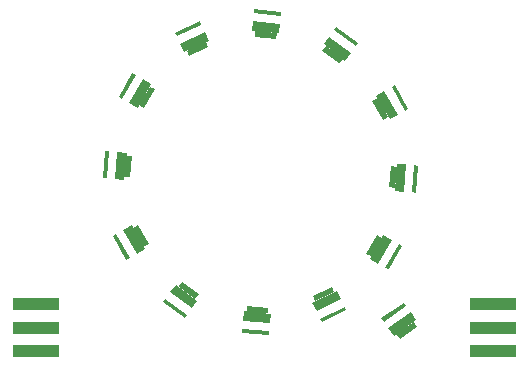
<source format=gts>
G04 #@! TF.FileFunction,Soldermask,Top*
%FSLAX46Y46*%
G04 Gerber Fmt 4.6, Leading zero omitted, Abs format (unit mm)*
G04 Created by KiCad (PCBNEW 4.0.0-rc2-stable) date 3/3/2016 3:47:02 PM*
%MOMM*%
G01*
G04 APERTURE LIST*
%ADD10C,0.150000*%
%ADD11R,4.000000X1.000000*%
%ADD12C,0.600000*%
G04 APERTURE END LIST*
D10*
G36*
X81258798Y-48102372D02*
X79790541Y-49143631D01*
X79501302Y-48735782D01*
X80969559Y-47694523D01*
X81258798Y-48102372D01*
X81258798Y-48102372D01*
G37*
G36*
X80311553Y-46334513D02*
X78435446Y-47665011D01*
X78250333Y-47403987D01*
X80126440Y-46073489D01*
X80311553Y-46334513D01*
X80311553Y-46334513D01*
G37*
G36*
X81173483Y-47549903D02*
X79297377Y-48880401D01*
X78834595Y-48227843D01*
X80710701Y-46897345D01*
X81173483Y-47549903D01*
X81173483Y-47549903D01*
G37*
G36*
X66866943Y-46334873D02*
X68660441Y-46487736D01*
X68617979Y-46985929D01*
X66824481Y-46833066D01*
X66866943Y-46334873D01*
X66866943Y-46334873D01*
G37*
G36*
X66448848Y-48296453D02*
X68740539Y-48491777D01*
X68713364Y-48810621D01*
X66421673Y-48615297D01*
X66448848Y-48296453D01*
X66448848Y-48296453D01*
G37*
G36*
X66575385Y-46811836D02*
X68867076Y-47007160D01*
X68799137Y-47804270D01*
X66507446Y-47608946D01*
X66575385Y-46811836D01*
X66575385Y-46811836D01*
G37*
G36*
X61333160Y-44290027D02*
X62773160Y-45370027D01*
X62473160Y-45770027D01*
X61033160Y-44690027D01*
X61333160Y-44290027D01*
X61333160Y-44290027D01*
G37*
G36*
X59939160Y-45732027D02*
X61779160Y-47112027D01*
X61587160Y-47368027D01*
X59747160Y-45988027D01*
X59939160Y-45732027D01*
X59939160Y-45732027D01*
G37*
G36*
X60833160Y-44540027D02*
X62673160Y-45920027D01*
X62193160Y-46560027D01*
X60353160Y-45180027D01*
X60833160Y-44540027D01*
X60833160Y-44540027D01*
G37*
G36*
X57653910Y-39507114D02*
X58532675Y-41078029D01*
X58096310Y-41322130D01*
X57217545Y-39751215D01*
X57653910Y-39507114D01*
X57653910Y-39507114D01*
G37*
G36*
X55795127Y-40260455D02*
X56917993Y-42267734D01*
X56638719Y-42423959D01*
X55515853Y-40416680D01*
X55795127Y-40260455D01*
X55795127Y-40260455D01*
G37*
G36*
X57095495Y-39533032D02*
X58218361Y-41540312D01*
X57520177Y-41930874D01*
X56397311Y-39923594D01*
X57095495Y-39533032D01*
X57095495Y-39533032D01*
G37*
G36*
X57145273Y-33668763D02*
X56987128Y-35461802D01*
X56489061Y-35417873D01*
X56647206Y-33624834D01*
X57145273Y-33668763D01*
X57145273Y-33668763D01*
G37*
G36*
X55184933Y-33244891D02*
X54982858Y-35535997D01*
X54664095Y-35507883D01*
X54866170Y-33216777D01*
X55184933Y-33244891D01*
X55184933Y-33244891D01*
G37*
G36*
X56669170Y-33375800D02*
X56467096Y-35666906D01*
X55670190Y-35596620D01*
X55872264Y-33305514D01*
X56669170Y-33375800D01*
X56669170Y-33375800D01*
G37*
G36*
X59051688Y-28010690D02*
X58173264Y-29581795D01*
X57736846Y-29337788D01*
X58615270Y-27766683D01*
X59051688Y-28010690D01*
X59051688Y-28010690D01*
G37*
G36*
X57436748Y-26821334D02*
X56314317Y-28828857D01*
X56035010Y-28672692D01*
X57157441Y-26665169D01*
X57436748Y-26821334D01*
X57436748Y-26821334D01*
G37*
G36*
X58737274Y-27548474D02*
X57614843Y-29555997D01*
X56916574Y-29165586D01*
X58039005Y-27158063D01*
X58737274Y-27548474D01*
X58737274Y-27548474D01*
G37*
G36*
X63600158Y-24449807D02*
X61970629Y-25214422D01*
X61758236Y-24761775D01*
X63387765Y-23997160D01*
X63600158Y-24449807D01*
X63600158Y-24449807D01*
G37*
G36*
X62981158Y-22542076D02*
X60898982Y-23519084D01*
X60763050Y-23229390D01*
X62845226Y-22252382D01*
X62981158Y-22542076D01*
X62981158Y-22542076D01*
G37*
G36*
X63614088Y-23890964D02*
X61531912Y-24867971D01*
X61192084Y-24143736D01*
X63274260Y-23166729D01*
X63614088Y-23890964D01*
X63614088Y-23890964D01*
G37*
G36*
X69317394Y-23734799D02*
X67525476Y-23564418D01*
X67572804Y-23066663D01*
X69364722Y-23237044D01*
X69317394Y-23734799D01*
X69317394Y-23734799D01*
G37*
G36*
X69754637Y-21777398D02*
X67464964Y-21559689D01*
X67495255Y-21241126D01*
X69784928Y-21458835D01*
X69754637Y-21777398D01*
X69754637Y-21777398D01*
G37*
G36*
X69613600Y-23260709D02*
X67323927Y-23042999D01*
X67399652Y-22246591D01*
X69689325Y-22464301D01*
X69613600Y-23260709D01*
X69613600Y-23260709D01*
G37*
G36*
X74688338Y-25815967D02*
X73250454Y-24733152D01*
X73551236Y-24333739D01*
X74989120Y-25416554D01*
X74688338Y-25815967D01*
X74688338Y-25815967D01*
G37*
G36*
X76085156Y-24376696D02*
X74247859Y-22993100D01*
X74440360Y-22737476D01*
X76277657Y-24121072D01*
X76085156Y-24376696D01*
X76085156Y-24376696D01*
G37*
G36*
X75188826Y-25566945D02*
X73351529Y-24183349D01*
X73832780Y-23544289D01*
X75670077Y-24927885D01*
X75188826Y-25566945D01*
X75188826Y-25566945D01*
G37*
G36*
X78373431Y-30584612D02*
X77490114Y-29016252D01*
X77925769Y-28770886D01*
X78809086Y-30339246D01*
X78373431Y-30584612D01*
X78373431Y-30584612D01*
G37*
G36*
X80230023Y-29825882D02*
X79101340Y-27821868D01*
X79380159Y-27664834D01*
X80508842Y-29668848D01*
X80230023Y-29825882D01*
X80230023Y-29825882D01*
G37*
G36*
X78931769Y-30557073D02*
X77803086Y-28553058D01*
X78500135Y-28160473D01*
X79628818Y-30164488D01*
X78931769Y-30557073D01*
X78931769Y-30557073D01*
G37*
G36*
X78878305Y-36294684D02*
X79038320Y-34501811D01*
X79536341Y-34546260D01*
X79376326Y-36339133D01*
X78878305Y-36294684D01*
X78878305Y-36294684D01*
G37*
G36*
X80838202Y-36720600D02*
X81042666Y-34429707D01*
X81361400Y-34458154D01*
X81156936Y-36749047D01*
X80838202Y-36720600D01*
X80838202Y-36720600D01*
G37*
G36*
X79354102Y-36588144D02*
X79558566Y-34297250D01*
X80355398Y-34368368D01*
X80150934Y-36659262D01*
X79354102Y-36588144D01*
X79354102Y-36588144D01*
G37*
G36*
X76972329Y-41915097D02*
X77850104Y-40343629D01*
X78286623Y-40587455D01*
X77408848Y-42158923D01*
X76972329Y-41915097D01*
X76972329Y-41915097D01*
G37*
G36*
X78587762Y-43103784D02*
X79709362Y-41095797D01*
X79988734Y-41251846D01*
X78867134Y-43259833D01*
X78587762Y-43103784D01*
X78587762Y-43103784D01*
G37*
G36*
X77286936Y-42377183D02*
X78408536Y-40369195D01*
X79106966Y-40759317D01*
X77985366Y-42767305D01*
X77286936Y-42377183D01*
X77286936Y-42377183D01*
G37*
G36*
X72415309Y-45517607D02*
X74034259Y-44730842D01*
X74252805Y-45180551D01*
X72633855Y-45967316D01*
X72415309Y-45517607D01*
X72415309Y-45517607D01*
G37*
G36*
X73060268Y-47416720D02*
X75128927Y-46411409D01*
X75268796Y-46699222D01*
X73200137Y-47704533D01*
X73060268Y-47416720D01*
X73060268Y-47416720D01*
G37*
G36*
X72409001Y-46076589D02*
X74477660Y-45071278D01*
X74827333Y-45790811D01*
X72758674Y-46796122D01*
X72409001Y-46076589D01*
X72409001Y-46076589D01*
G37*
D11*
X49020836Y-46192207D03*
X49020836Y-48192207D03*
X49020836Y-50192207D03*
D12*
X50020836Y-46192207D03*
X50020836Y-48192207D03*
X50020836Y-50192207D03*
D11*
X87710130Y-50184090D03*
X87710130Y-48184090D03*
X87710130Y-46184090D03*
D12*
X86710130Y-50184090D03*
X86710130Y-48184090D03*
X86710130Y-46184090D03*
M02*

</source>
